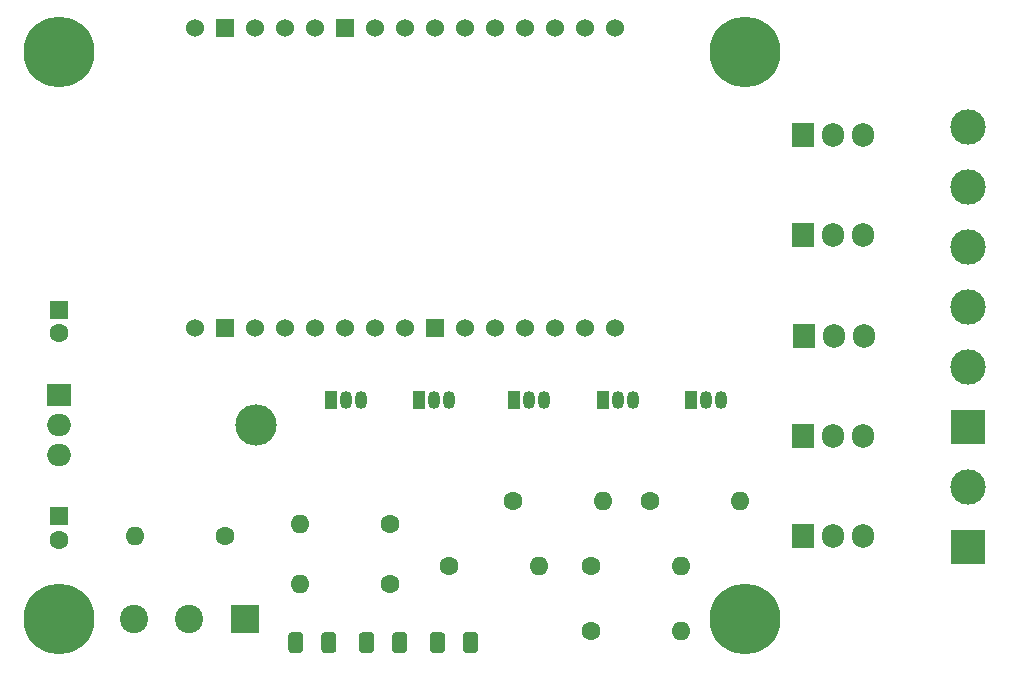
<source format=gbr>
%TF.GenerationSoftware,KiCad,Pcbnew,5.1.10-88a1d61d58~90~ubuntu20.04.1*%
%TF.CreationDate,2021-10-06T22:46:20-04:00*%
%TF.ProjectId,jrgbwww24,6a726762-7777-4773-9234-2e6b69636164,rev?*%
%TF.SameCoordinates,Original*%
%TF.FileFunction,Soldermask,Top*%
%TF.FilePolarity,Negative*%
%FSLAX46Y46*%
G04 Gerber Fmt 4.6, Leading zero omitted, Abs format (unit mm)*
G04 Created by KiCad (PCBNEW 5.1.10-88a1d61d58~90~ubuntu20.04.1) date 2021-10-06 22:46:20*
%MOMM*%
%LPD*%
G01*
G04 APERTURE LIST*
%ADD10O,1.905000X2.000000*%
%ADD11R,1.905000X2.000000*%
%ADD12C,6.000000*%
%ADD13C,2.400000*%
%ADD14R,2.400000X2.400000*%
%ADD15C,1.524000*%
%ADD16R,1.524000X1.524000*%
%ADD17O,2.000000X1.905000*%
%ADD18R,2.000000X1.905000*%
%ADD19O,3.500000X3.500000*%
%ADD20O,1.600000X1.600000*%
%ADD21C,1.600000*%
%ADD22R,1.050000X1.500000*%
%ADD23O,1.050000X1.500000*%
%ADD24C,3.000000*%
%ADD25R,3.000000X3.000000*%
%ADD26R,1.600000X1.600000*%
G04 APERTURE END LIST*
D10*
%TO.C,Q4*%
X162040000Y-105000000D03*
X159500000Y-105000000D03*
D11*
X156960000Y-105000000D03*
%TD*%
D10*
%TO.C,Q10*%
X162040000Y-71000000D03*
X159500000Y-71000000D03*
D11*
X156960000Y-71000000D03*
%TD*%
D10*
%TO.C,Q9*%
X162040000Y-79500000D03*
X159500000Y-79500000D03*
D11*
X156960000Y-79500000D03*
%TD*%
D10*
%TO.C,Q6*%
X162080000Y-88000000D03*
X159540000Y-88000000D03*
D11*
X157000000Y-88000000D03*
%TD*%
D10*
%TO.C,Q5*%
X162040000Y-96500000D03*
X159500000Y-96500000D03*
D11*
X156960000Y-96500000D03*
%TD*%
D12*
%TO.C,REF\u002A\u002A*%
X152000000Y-64000000D03*
%TD*%
%TO.C,REF\u002A\u002A*%
X152000000Y-112000000D03*
%TD*%
%TO.C,REF\u002A\u002A*%
X94000000Y-112000000D03*
%TD*%
%TO.C,REF\u002A\u002A*%
X94000000Y-64000000D03*
%TD*%
D13*
%TO.C,SW1*%
X100300000Y-112000000D03*
X105000000Y-112000000D03*
D14*
X109700000Y-112000000D03*
%TD*%
D15*
%TO.C,U1*%
X105440000Y-87400000D03*
D16*
X107980000Y-87400000D03*
D15*
X110520000Y-87400000D03*
X113060000Y-87400000D03*
X115600000Y-87400000D03*
X118140000Y-87400000D03*
X120680000Y-87400000D03*
X123220000Y-87400000D03*
D16*
X125760000Y-87400000D03*
D15*
X128300000Y-87400000D03*
X130840000Y-87400000D03*
X133380000Y-87400000D03*
X135920000Y-87400000D03*
X138460000Y-87400000D03*
X141000000Y-87400000D03*
X105440000Y-62000000D03*
D16*
X107980000Y-62000000D03*
D15*
X110520000Y-62000000D03*
X113060000Y-62000000D03*
X115600000Y-62000000D03*
D16*
X118140000Y-62000000D03*
D15*
X120680000Y-62000000D03*
X123220000Y-62000000D03*
X125760000Y-62000000D03*
X128300000Y-62000000D03*
X130840000Y-62000000D03*
X133380000Y-62000000D03*
X135920000Y-62000000D03*
X138460000Y-62000000D03*
X141000000Y-62000000D03*
%TD*%
D17*
%TO.C,U2*%
X94000000Y-98080000D03*
X94000000Y-95540000D03*
D18*
X94000000Y-93000000D03*
D19*
X110660000Y-95540000D03*
%TD*%
D20*
%TO.C,R8*%
X114380000Y-109000000D03*
D21*
X122000000Y-109000000D03*
%TD*%
D20*
%TO.C,R7*%
X114380000Y-104000000D03*
D21*
X122000000Y-104000000D03*
%TD*%
D20*
%TO.C,R6*%
X100380000Y-105000000D03*
D21*
X108000000Y-105000000D03*
%TD*%
D20*
%TO.C,R5*%
X134620000Y-107500000D03*
D21*
X127000000Y-107500000D03*
%TD*%
D20*
%TO.C,R4*%
X140000000Y-102000000D03*
D21*
X132380000Y-102000000D03*
%TD*%
D20*
%TO.C,R3*%
X151620000Y-102000000D03*
D21*
X144000000Y-102000000D03*
%TD*%
D20*
%TO.C,R2*%
X146620000Y-107500000D03*
D21*
X139000000Y-107500000D03*
%TD*%
D20*
%TO.C,R1*%
X146620000Y-113000000D03*
D21*
X139000000Y-113000000D03*
%TD*%
D22*
%TO.C,Q8*%
X116960000Y-93500000D03*
D23*
X119500000Y-93500000D03*
X118230000Y-93500000D03*
%TD*%
D22*
%TO.C,Q7*%
X124460000Y-93500000D03*
D23*
X127000000Y-93500000D03*
X125730000Y-93500000D03*
%TD*%
D22*
%TO.C,Q3*%
X132500000Y-93500000D03*
D23*
X135040000Y-93500000D03*
X133770000Y-93500000D03*
%TD*%
D22*
%TO.C,Q2*%
X140000000Y-93500000D03*
D23*
X142540000Y-93500000D03*
X141270000Y-93500000D03*
%TD*%
D22*
%TO.C,Q1*%
X147500000Y-93500000D03*
D23*
X150040000Y-93500000D03*
X148770000Y-93500000D03*
%TD*%
D24*
%TO.C,J2*%
X170925300Y-70330600D03*
X170925300Y-75410600D03*
X170925300Y-80490600D03*
D25*
X170925300Y-95730600D03*
D24*
X170925300Y-85570600D03*
X170925300Y-90650600D03*
%TD*%
%TO.C,J1*%
X170925300Y-100810600D03*
D25*
X170925300Y-105890600D03*
%TD*%
%TO.C,D3*%
G36*
G01*
X126625000Y-113375000D02*
X126625000Y-114625000D01*
G75*
G02*
X126375000Y-114875000I-250000J0D01*
G01*
X125625000Y-114875000D01*
G75*
G02*
X125375000Y-114625000I0J250000D01*
G01*
X125375000Y-113375000D01*
G75*
G02*
X125625000Y-113125000I250000J0D01*
G01*
X126375000Y-113125000D01*
G75*
G02*
X126625000Y-113375000I0J-250000D01*
G01*
G37*
G36*
G01*
X129425000Y-113375000D02*
X129425000Y-114625000D01*
G75*
G02*
X129175000Y-114875000I-250000J0D01*
G01*
X128425000Y-114875000D01*
G75*
G02*
X128175000Y-114625000I0J250000D01*
G01*
X128175000Y-113375000D01*
G75*
G02*
X128425000Y-113125000I250000J0D01*
G01*
X129175000Y-113125000D01*
G75*
G02*
X129425000Y-113375000I0J-250000D01*
G01*
G37*
%TD*%
%TO.C,D2*%
G36*
G01*
X120625000Y-113375000D02*
X120625000Y-114625000D01*
G75*
G02*
X120375000Y-114875000I-250000J0D01*
G01*
X119625000Y-114875000D01*
G75*
G02*
X119375000Y-114625000I0J250000D01*
G01*
X119375000Y-113375000D01*
G75*
G02*
X119625000Y-113125000I250000J0D01*
G01*
X120375000Y-113125000D01*
G75*
G02*
X120625000Y-113375000I0J-250000D01*
G01*
G37*
G36*
G01*
X123425000Y-113375000D02*
X123425000Y-114625000D01*
G75*
G02*
X123175000Y-114875000I-250000J0D01*
G01*
X122425000Y-114875000D01*
G75*
G02*
X122175000Y-114625000I0J250000D01*
G01*
X122175000Y-113375000D01*
G75*
G02*
X122425000Y-113125000I250000J0D01*
G01*
X123175000Y-113125000D01*
G75*
G02*
X123425000Y-113375000I0J-250000D01*
G01*
G37*
%TD*%
%TO.C,D1*%
G36*
G01*
X114625000Y-113375000D02*
X114625000Y-114625000D01*
G75*
G02*
X114375000Y-114875000I-250000J0D01*
G01*
X113625000Y-114875000D01*
G75*
G02*
X113375000Y-114625000I0J250000D01*
G01*
X113375000Y-113375000D01*
G75*
G02*
X113625000Y-113125000I250000J0D01*
G01*
X114375000Y-113125000D01*
G75*
G02*
X114625000Y-113375000I0J-250000D01*
G01*
G37*
G36*
G01*
X117425000Y-113375000D02*
X117425000Y-114625000D01*
G75*
G02*
X117175000Y-114875000I-250000J0D01*
G01*
X116425000Y-114875000D01*
G75*
G02*
X116175000Y-114625000I0J250000D01*
G01*
X116175000Y-113375000D01*
G75*
G02*
X116425000Y-113125000I250000J0D01*
G01*
X117175000Y-113125000D01*
G75*
G02*
X117425000Y-113375000I0J-250000D01*
G01*
G37*
%TD*%
D21*
%TO.C,C2*%
X94000000Y-105300000D03*
D26*
X94000000Y-103300000D03*
%TD*%
D21*
%TO.C,C1*%
X94000000Y-87800000D03*
D26*
X94000000Y-85800000D03*
%TD*%
M02*

</source>
